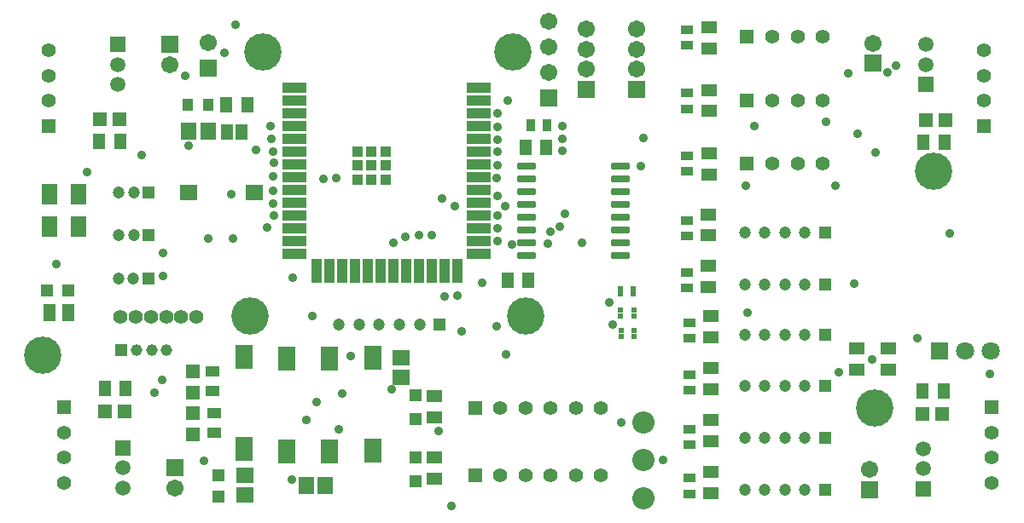
<source format=gts>
G04*
G04 #@! TF.GenerationSoftware,Altium Limited,Altium Designer,20.2.5 (213)*
G04*
G04 Layer_Color=8388736*
%FSLAX44Y44*%
%MOMM*%
G71*
G04*
G04 #@! TF.SameCoordinates,141B8AC5-84E1-4BD6-917F-AD625E5865C0*
G04*
G04*
G04 #@! TF.FilePolarity,Negative*
G04*
G01*
G75*
%ADD26R,1.0000X1.2500*%
%ADD28R,1.2621X0.9549*%
%ADD29R,1.5082X1.2065*%
%ADD30R,1.2065X1.5082*%
%ADD34R,0.9549X1.2621*%
%ADD35R,1.3549X1.4621*%
%ADD36R,1.1500X1.1500*%
%ADD38R,1.2000X1.2000*%
%ADD43R,1.2000X1.2000*%
%ADD45R,1.4082X1.0065*%
%ADD46R,1.1032X1.1032*%
%ADD47R,1.1032X2.4532*%
%ADD48R,2.4532X1.1032*%
%ADD49R,0.6032X0.5832*%
%ADD50R,1.5732X2.1132*%
%ADD51C,2.2032*%
%ADD52R,1.5032X1.3032*%
%ADD53R,1.3032X1.5032*%
%ADD54R,1.8032X2.3832*%
%ADD55R,1.8032X2.4032*%
%ADD56R,1.7532X1.5532*%
%ADD57R,1.7032X1.6032*%
%ADD58R,1.2532X1.6532*%
%ADD59R,1.3032X1.5532*%
%ADD60R,1.6032X1.7032*%
G04:AMPARAMS|DCode=61|XSize=0.7532mm|YSize=1.9032mm|CornerRadius=0.1511mm|HoleSize=0mm|Usage=FLASHONLY|Rotation=270.000|XOffset=0mm|YOffset=0mm|HoleType=Round|Shape=RoundedRectangle|*
%AMROUNDEDRECTD61*
21,1,0.7532,1.6010,0,0,270.0*
21,1,0.4510,1.9032,0,0,270.0*
1,1,0.3022,-0.8005,-0.2255*
1,1,0.3022,-0.8005,0.2255*
1,1,0.3022,0.8005,0.2255*
1,1,0.3022,0.8005,-0.2255*
%
%ADD61ROUNDEDRECTD61*%
%ADD62R,1.4032X1.4032*%
%ADD63C,1.2000*%
%ADD64C,1.8032*%
%ADD65R,1.8032X1.8032*%
%ADD66C,1.7032*%
%ADD67R,1.7032X1.7032*%
%ADD68C,1.4000*%
%ADD69R,1.4000X1.4000*%
%ADD70C,1.5032*%
%ADD71R,1.5032X1.5032*%
%ADD72C,1.1500*%
%ADD73R,1.1500X1.1500*%
%ADD74C,1.4112*%
%ADD75R,1.4000X1.4000*%
%ADD76C,3.7032*%
%ADD77C,0.9032*%
D26*
X2162895Y1290500D02*
D03*
X2182895D02*
D03*
D28*
X2657500Y1108810D02*
D03*
Y1124323D02*
D03*
Y1160310D02*
D03*
Y1175823D02*
D03*
X2660000Y1058810D02*
D03*
Y1074323D02*
D03*
Y1007310D02*
D03*
Y1022823D02*
D03*
Y952655D02*
D03*
Y968168D02*
D03*
Y904310D02*
D03*
Y919823D02*
D03*
X2657500Y1240000D02*
D03*
Y1224487D02*
D03*
Y1302250D02*
D03*
Y1286737D02*
D03*
Y1365540D02*
D03*
Y1350027D02*
D03*
D29*
X2857500Y1048420D02*
D03*
Y1027403D02*
D03*
X2826750Y1048420D02*
D03*
Y1027403D02*
D03*
D30*
X2479663Y1116030D02*
D03*
X2500680D02*
D03*
X2221517Y1290500D02*
D03*
X2200500D02*
D03*
D34*
X2518739Y1270732D02*
D03*
X2503226D02*
D03*
D35*
X2075000Y1276500D02*
D03*
X2094513D02*
D03*
X2099750Y985750D02*
D03*
X2080237D02*
D03*
X2911263Y983500D02*
D03*
X2891750D02*
D03*
X2894737Y1275750D02*
D03*
X2914250D02*
D03*
D36*
X2388750Y917000D02*
D03*
Y940500D02*
D03*
Y978500D02*
D03*
Y1002000D02*
D03*
D38*
X2193250Y901500D02*
D03*
Y922500D02*
D03*
D43*
X2044179Y1106321D02*
D03*
X2023179D02*
D03*
X2795000Y1164000D02*
D03*
Y959500D02*
D03*
Y1062500D02*
D03*
Y908000D02*
D03*
Y1112500D02*
D03*
Y1011000D02*
D03*
X2124000Y1204000D02*
D03*
Y1161500D02*
D03*
X2123750Y1118500D02*
D03*
X2412500Y1072500D02*
D03*
D45*
X2189000Y965241D02*
D03*
Y984259D02*
D03*
X2187500Y1006741D02*
D03*
Y1025759D02*
D03*
D46*
X2359000Y1244400D02*
D03*
X2345000D02*
D03*
X2331000D02*
D03*
X2359000Y1216400D02*
D03*
X2345000D02*
D03*
X2331000D02*
D03*
X2359000Y1230400D02*
D03*
X2331000D02*
D03*
X2345000D02*
D03*
D47*
X2429850Y1126000D02*
D03*
X2417150D02*
D03*
X2404450D02*
D03*
X2391750D02*
D03*
X2379050D02*
D03*
X2366350D02*
D03*
X2353650D02*
D03*
X2340950D02*
D03*
X2328250D02*
D03*
X2315550D02*
D03*
X2302850D02*
D03*
X2290150D02*
D03*
D48*
X2451500Y1307600D02*
D03*
Y1142500D02*
D03*
Y1155200D02*
D03*
Y1167900D02*
D03*
Y1180600D02*
D03*
Y1193300D02*
D03*
Y1206000D02*
D03*
Y1218700D02*
D03*
Y1231400D02*
D03*
Y1244100D02*
D03*
Y1256800D02*
D03*
Y1269500D02*
D03*
Y1282200D02*
D03*
Y1294900D02*
D03*
X2268750Y1269400D02*
D03*
Y1256700D02*
D03*
Y1244000D02*
D03*
Y1231300D02*
D03*
Y1218600D02*
D03*
Y1205900D02*
D03*
Y1193200D02*
D03*
Y1180500D02*
D03*
Y1167800D02*
D03*
Y1155100D02*
D03*
Y1142400D02*
D03*
Y1282100D02*
D03*
Y1294800D02*
D03*
Y1307500D02*
D03*
D49*
X2592500Y1066500D02*
D03*
Y1060880D02*
D03*
X2592000Y1086870D02*
D03*
Y1081250D02*
D03*
Y1102500D02*
D03*
Y1108120D02*
D03*
X2605000Y1060880D02*
D03*
Y1066500D02*
D03*
Y1081190D02*
D03*
Y1086810D02*
D03*
X2604500Y1108120D02*
D03*
Y1102500D02*
D03*
D50*
X2054210Y1201500D02*
D03*
X2025790D02*
D03*
X2054210Y1170000D02*
D03*
X2025790D02*
D03*
D51*
X2615001Y975000D02*
D03*
Y937496D02*
D03*
X2615000Y899250D02*
D03*
D52*
X2679250Y1109500D02*
D03*
Y1130500D02*
D03*
X2407250Y919250D02*
D03*
Y940250D02*
D03*
Y980500D02*
D03*
Y1001500D02*
D03*
X2679250Y1161000D02*
D03*
Y1182000D02*
D03*
X2681750Y1059500D02*
D03*
Y1080500D02*
D03*
Y1008000D02*
D03*
Y1029000D02*
D03*
Y956500D02*
D03*
Y977500D02*
D03*
Y905000D02*
D03*
Y926000D02*
D03*
X2679650Y1242650D02*
D03*
Y1221650D02*
D03*
X2680000Y1305500D02*
D03*
Y1284500D02*
D03*
Y1368000D02*
D03*
Y1347000D02*
D03*
D53*
X2518500Y1248250D02*
D03*
X2497500D02*
D03*
X2074500Y1254250D02*
D03*
X2095500D02*
D03*
X2101000Y1009000D02*
D03*
X2080000D02*
D03*
X2912750Y1006000D02*
D03*
X2891750D02*
D03*
X2892750Y1253500D02*
D03*
X2913750D02*
D03*
D54*
X2303307Y946236D02*
D03*
X2261173Y1038236D02*
D03*
X2218250Y1040250D02*
D03*
X2346374Y947168D02*
D03*
D55*
X2303307Y1038136D02*
D03*
X2261173Y946336D02*
D03*
X2218250Y948350D02*
D03*
X2346374Y1039068D02*
D03*
D56*
X2219038Y903138D02*
D03*
Y922638D02*
D03*
D57*
X2228322Y1203230D02*
D03*
X2163322D02*
D03*
X2374318Y1020068D02*
D03*
Y1039068D02*
D03*
D58*
X2044158Y1084001D02*
D03*
X2025658D02*
D03*
D59*
X2201500Y1264000D02*
D03*
X2215500D02*
D03*
D60*
X2182500Y1264750D02*
D03*
X2163500D02*
D03*
X2299250Y912500D02*
D03*
X2280250D02*
D03*
D61*
X2498500Y1229450D02*
D03*
Y1216750D02*
D03*
Y1204050D02*
D03*
Y1191350D02*
D03*
Y1178650D02*
D03*
Y1165950D02*
D03*
Y1153250D02*
D03*
Y1140550D02*
D03*
X2591500Y1229450D02*
D03*
Y1216750D02*
D03*
Y1204050D02*
D03*
Y1191350D02*
D03*
Y1178650D02*
D03*
Y1165950D02*
D03*
Y1153250D02*
D03*
Y1140550D02*
D03*
D62*
X2167250Y984350D02*
D03*
Y963350D02*
D03*
X2167500Y1026000D02*
D03*
Y1005000D02*
D03*
D63*
X2715000Y1164000D02*
D03*
X2735000D02*
D03*
X2755000D02*
D03*
X2775000D02*
D03*
X2715000Y959500D02*
D03*
X2735000D02*
D03*
X2755000D02*
D03*
X2775000D02*
D03*
X2715000Y1062500D02*
D03*
X2735000D02*
D03*
X2755000D02*
D03*
X2775000D02*
D03*
X2715000Y908000D02*
D03*
X2735000D02*
D03*
X2755000D02*
D03*
X2775000D02*
D03*
X2715000Y1112500D02*
D03*
X2735000D02*
D03*
X2755000D02*
D03*
X2775000D02*
D03*
X2715000Y1011000D02*
D03*
X2735000D02*
D03*
X2755000D02*
D03*
X2775000D02*
D03*
X2094000Y1204000D02*
D03*
X2109000D02*
D03*
X2094000Y1161500D02*
D03*
X2109000D02*
D03*
X2093750Y1118500D02*
D03*
X2108750D02*
D03*
X2312500Y1072500D02*
D03*
X2332500D02*
D03*
X2352500D02*
D03*
X2372500D02*
D03*
X2392500D02*
D03*
D64*
X2959400Y1046250D02*
D03*
X2934000D02*
D03*
D65*
X2908600D02*
D03*
D66*
X2608312Y1366000D02*
D03*
Y1326000D02*
D03*
Y1346000D02*
D03*
X2557812Y1366000D02*
D03*
Y1326000D02*
D03*
Y1346000D02*
D03*
X2520812Y1373900D02*
D03*
Y1348500D02*
D03*
Y1323100D02*
D03*
X2182500Y1352900D02*
D03*
X2842250Y1352000D02*
D03*
X2838750Y928500D02*
D03*
X2145000Y1331000D02*
D03*
X2150000Y910000D02*
D03*
D67*
X2608312Y1306000D02*
D03*
X2557812D02*
D03*
X2520812Y1297700D02*
D03*
X2182500Y1327500D02*
D03*
X2842250Y1332000D02*
D03*
X2838750Y908500D02*
D03*
X2145000Y1351000D02*
D03*
X2150000Y930000D02*
D03*
D68*
X2572500Y988999D02*
D03*
X2547500D02*
D03*
X2522500D02*
D03*
X2497500D02*
D03*
X2472500D02*
D03*
X2572500Y922500D02*
D03*
X2547500D02*
D03*
X2522500D02*
D03*
X2497500D02*
D03*
X2472500D02*
D03*
X2742500Y1358290D02*
D03*
X2767500D02*
D03*
X2792500D02*
D03*
X2742500Y1295000D02*
D03*
X2767500D02*
D03*
X2792500D02*
D03*
X2742500Y1232750D02*
D03*
X2767500D02*
D03*
X2792500D02*
D03*
X2024500Y1295000D02*
D03*
Y1320000D02*
D03*
Y1345000D02*
D03*
X2040000Y965000D02*
D03*
Y940000D02*
D03*
Y915000D02*
D03*
X2960500Y965000D02*
D03*
Y940000D02*
D03*
Y915000D02*
D03*
X2952500Y1295000D02*
D03*
Y1320000D02*
D03*
Y1345000D02*
D03*
D69*
X2447500Y988999D02*
D03*
Y922500D02*
D03*
X2717500Y1358290D02*
D03*
Y1295000D02*
D03*
Y1232750D02*
D03*
D70*
X2093000Y1311000D02*
D03*
Y1331000D02*
D03*
X2098000Y910000D02*
D03*
Y930000D02*
D03*
X2892500Y949000D02*
D03*
Y929000D02*
D03*
X2894500Y1351000D02*
D03*
Y1331000D02*
D03*
D71*
X2093000Y1351000D02*
D03*
X2098000Y950000D02*
D03*
X2892500Y909000D02*
D03*
X2894500Y1311000D02*
D03*
D72*
X2141742Y1046758D02*
D03*
X2126742D02*
D03*
X2111742D02*
D03*
D73*
X2096742D02*
D03*
D74*
X2096000Y1080000D02*
D03*
X2111000D02*
D03*
X2126000D02*
D03*
X2141000D02*
D03*
X2156000D02*
D03*
X2171000D02*
D03*
D75*
X2024500Y1270000D02*
D03*
X2040000Y990000D02*
D03*
X2960500D02*
D03*
X2952500Y1270000D02*
D03*
D76*
X2902750Y1224750D02*
D03*
X2844000Y989000D02*
D03*
X2019000Y1042000D02*
D03*
X2497500Y1080500D02*
D03*
X2224250D02*
D03*
X2236750Y1343000D02*
D03*
X2485000D02*
D03*
D77*
X2309500Y1217750D02*
D03*
X2297500Y1217500D02*
D03*
X2469212Y1217719D02*
D03*
X2808702Y1024601D02*
D03*
X2841750Y1037250D02*
D03*
X2366500Y1153870D02*
D03*
X2129230Y1005000D02*
D03*
X2520000Y1153000D02*
D03*
X2199190Y1342500D02*
D03*
X2205506Y1202087D02*
D03*
X2241690Y1168500D02*
D03*
X2247700Y1180487D02*
D03*
X2404500Y1161000D02*
D03*
X2391922Y1160922D02*
D03*
X2378863Y1159613D02*
D03*
X2718250Y1084000D02*
D03*
X2411777Y966527D02*
D03*
X2163500Y1250050D02*
D03*
X2958000Y1023000D02*
D03*
X2536650Y1182215D02*
D03*
X2244750Y1269500D02*
D03*
X2245250Y1256750D02*
D03*
X2230000Y1245940D02*
D03*
X2063000Y1224000D02*
D03*
X2417000Y1100000D02*
D03*
X2430000Y1101000D02*
D03*
X2178810Y937000D02*
D03*
X2845000Y1243810D02*
D03*
X2919000Y1163000D02*
D03*
X2856730Y1323000D02*
D03*
X2865000Y1330000D02*
D03*
X2267000Y1119000D02*
D03*
X2286000Y1081000D02*
D03*
X2365000Y1008000D02*
D03*
X2316000Y1004000D02*
D03*
X2324000Y1041000D02*
D03*
X2469000Y1071000D02*
D03*
X2612000Y1230000D02*
D03*
X2531656Y1169384D02*
D03*
X2522451Y1164277D02*
D03*
X2554000Y1153968D02*
D03*
X2796000Y1274000D02*
D03*
X2581000Y1094000D02*
D03*
X2584000Y1072000D02*
D03*
X2312000Y968000D02*
D03*
X2248000Y1233000D02*
D03*
X2247500Y1244000D02*
D03*
X2116738Y1240762D02*
D03*
X2138030Y1121000D02*
D03*
Y1143310D02*
D03*
X2824000Y1113000D02*
D03*
X2886500Y1058710D02*
D03*
X2434000Y1066000D02*
D03*
X2615000Y1258000D02*
D03*
X2534000Y1245000D02*
D03*
X2470000Y1269000D02*
D03*
X2534000Y1257000D02*
D03*
Y1270000D02*
D03*
X2634000Y938000D02*
D03*
X2805000Y1210000D02*
D03*
X2716000D02*
D03*
X2470000Y1256000D02*
D03*
X2480000Y1295000D02*
D03*
X2470000Y1282200D02*
D03*
Y1168000D02*
D03*
X2455000Y1114030D02*
D03*
X2484000Y1152000D02*
D03*
X2478250Y1042500D02*
D03*
X2827000Y1262000D02*
D03*
X2424000Y892000D02*
D03*
X2247500Y1205000D02*
D03*
Y1193000D02*
D03*
Y1220000D02*
D03*
X2592500Y975000D02*
D03*
X2207500Y1157500D02*
D03*
X2182500D02*
D03*
X2427500Y1190000D02*
D03*
X2470000Y1200000D02*
D03*
X2477500Y1190000D02*
D03*
X2470000Y1181000D02*
D03*
X2160000Y1320000D02*
D03*
X2265500Y918000D02*
D03*
X2137500Y1017500D02*
D03*
X2280500Y977500D02*
D03*
X2290000Y995000D02*
D03*
X2032500Y1132500D02*
D03*
X2210000Y1370000D02*
D03*
X2725000Y1270000D02*
D03*
X2470000Y1155000D02*
D03*
X2415000Y1197500D02*
D03*
X2817500Y1322500D02*
D03*
X2470000Y1231000D02*
D03*
Y1244000D02*
D03*
M02*

</source>
